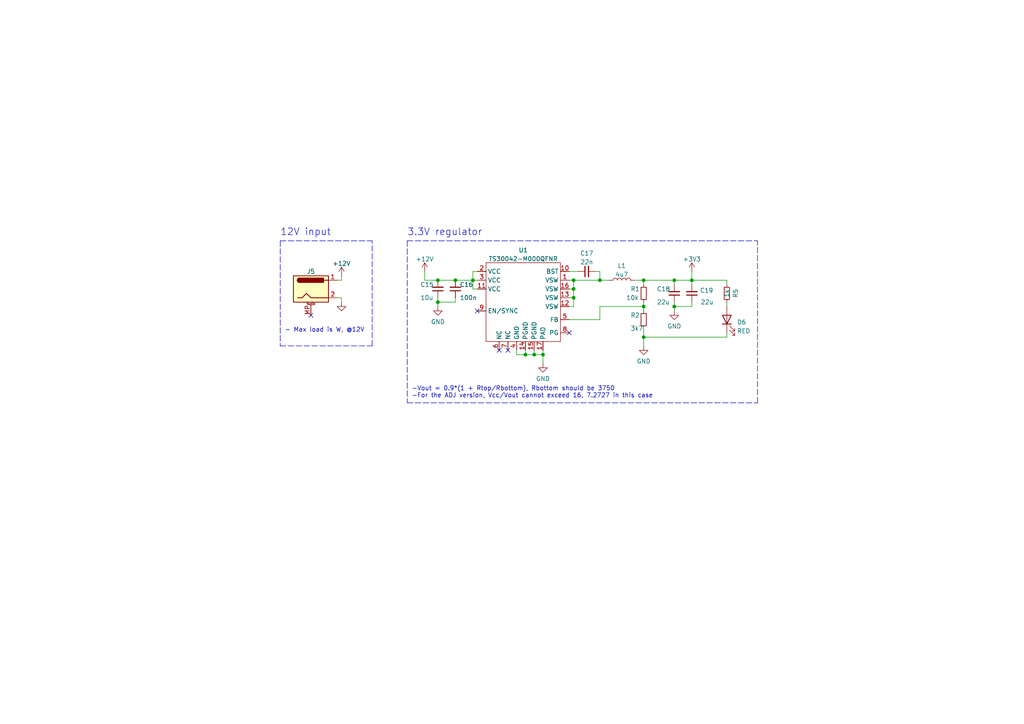
<source format=kicad_sch>
(kicad_sch (version 20211123) (generator eeschema)
  (paper "A4")
  (lib_symbols
    (symbol "Connector:Barrel_Jack_MountingPin" (pin_names hide)
      (property "Reference" "J" (at 0 5.334 0))
      (property "Value" "Barrel_Jack_MountingPin" (at 1.27 -6.35 0))
      (symbol "Barrel_Jack_MountingPin_0_1"
        (rectangle (start -5.08 3.81) (end 5.08 -3.81) (stroke (width 0.254)) (fill (type background)))
        (arc (start -3.302 3.175) (mid -3.937 2.54) (end -3.302 1.905) (stroke (width 0.254)))
        (arc (start -3.302 3.175) (mid -3.937 2.54) (end -3.302 1.905) (stroke (width 0.254)) (fill (type outline)))
        (polyline (pts (xy 5.08 2.54) (xy 3.81 2.54)) (stroke (width 0.254)))
        (polyline (pts (xy -3.81 -2.54) (xy -2.54 -2.54) (xy -1.27 -1.27) (xy 0 -2.54) (xy 2.54 -2.54) (xy 5.08 -2.54)) (stroke (width 0.254)))
        (rectangle (start 3.683 3.175) (end -3.302 1.905) (stroke (width 0.254)) (fill (type outline)))
      )
      (symbol "Barrel_Jack_MountingPin_1_1"
        (polyline (pts (xy -1.016 -4.572) (xy 1.016 -4.572)) (stroke (width 0.1524)))
        (text "Mounting" (at 0 -4.191 0) (effects (font (size 0.381 0.381))))
        (pin passive line (at 7.62 2.54 180) (length 2.54) (name "~") (number "1"))
        (pin passive line (at 7.62 -2.54 180) (length 2.54) (name "~") (number "2"))
        (pin passive line (at 0 -7.62 90) (length 3.048) (name "MountPin") (number "MP"))
      )
    )
    (symbol "Device:C_Small" (pin_numbers hide) (pin_names (offset 0.254) hide)
      (property "Reference" "C" (at 0.254 1.778 0))
      (property "Value" "C_Small" (at 0.254 -2.032 0))
      (symbol "C_Small_0_1"
        (polyline (pts (xy -1.524 -0.508) (xy 1.524 -0.508)) (stroke (width 0.3302)))
        (polyline (pts (xy -1.524 0.508) (xy 1.524 0.508)) (stroke (width 0.3048)))
      )
      (symbol "C_Small_1_1"
        (pin passive line (at 0 2.54 270) (length 2.032) (name "~") (number "1"))
        (pin passive line (at 0 -2.54 90) (length 2.032) (name "~") (number "2"))
      )
    )
    (symbol "Device:L" (pin_numbers hide) (pin_names (offset 1.016) hide)
      (property "Reference" "L" (at -1.27 0 90))
      (property "Value" "L" (at 1.905 0 90))
      (symbol "L_0_1"
        (arc (start 0 -2.54) (mid 0.635 -1.905) (end 0 -1.27))
        (arc (start 0 -1.27) (mid 0.635 -0.635) (end 0 0))
        (arc (start 0 0) (mid 0.635 0.635) (end 0 1.27))
        (arc (start 0 1.27) (mid 0.635 1.905) (end 0 2.54))
      )
      (symbol "L_1_1"
        (pin passive line (at 0 3.81 270) (length 1.27) (name "1") (number "1"))
        (pin passive line (at 0 -3.81 90) (length 1.27) (name "2") (number "2"))
      )
    )
    (symbol "Device:LED" (pin_numbers hide) (pin_names (offset 1.016) hide)
      (property "Reference" "D" (at 0 2.54 0))
      (property "Value" "LED" (at 0 -2.54 0))
      (symbol "LED_0_1"
        (polyline (pts (xy -1.27 -1.27) (xy -1.27 1.27)) (stroke (width 0.254)))
        (polyline (pts (xy -1.27 0) (xy 1.27 0)))
        (polyline (pts (xy 1.27 -1.27) (xy 1.27 1.27) (xy -1.27 0) (xy 1.27 -1.27)) (stroke (width 0.254)))
        (polyline (pts (xy -3.048 -0.762) (xy -4.572 -2.286) (xy -3.81 -2.286) (xy -4.572 -2.286) (xy -4.572 -1.524)))
        (polyline (pts (xy -1.778 -0.762) (xy -3.302 -2.286) (xy -2.54 -2.286) (xy -3.302 -2.286) (xy -3.302 -1.524)))
      )
      (symbol "LED_1_1"
        (pin passive line (at -3.81 0 0) (length 2.54) (name "K") (number "1"))
        (pin passive line (at 3.81 0 180) (length 2.54) (name "A") (number "2"))
      )
    )
    (symbol "Device:R_Small" (pin_numbers hide) (pin_names (offset 0.254) hide)
      (property "Reference" "R" (at 0.762 0.508 0))
      (property "Value" "R_Small" (at 0.762 -1.016 0))
      (symbol "R_Small_0_1"
        (rectangle (start -0.762 1.778) (end 0.762 -1.778) (stroke (width 0.2032)))
      )
      (symbol "R_Small_1_1"
        (pin passive line (at 0 2.54 270) (length 0.762) (name "~") (number "1"))
        (pin passive line (at 0 -2.54 90) (length 0.762) (name "~") (number "2"))
      )
    )
    (symbol "TS30042:TS30042"
      (property "Reference" "U" (at -1.27 20.32 0))
      (property "Value" "TS30042" (at -1.27 20.32 0))
      (symbol "TS30042_0_1"
        (rectangle (start -10.16 11.43) (end 11.43 -11.43) (stroke (width 0.1524)))
      )
      (symbol "TS30042_1_1"
        (pin input line (at 13.97 6.35 180) (length 2.54) (name "VSW") (number "1"))
        (pin input line (at 13.97 8.89 180) (length 2.54) (name "BST") (number "10"))
        (pin input line (at -12.7 3.81 0) (length 2.54) (name "VCC") (number "11"))
        (pin input line (at 13.97 -1.27 180) (length 2.54) (name "VSW") (number "12"))
        (pin input line (at 13.97 1.27 180) (length 2.54) (name "VSW") (number "13"))
        (pin input line (at 1.27 -13.97 90) (length 2.54) (name "PGND") (number "14"))
        (pin input line (at 3.81 -13.97 90) (length 2.54) (name "PGND") (number "15"))
        (pin input line (at 13.97 3.81 180) (length 2.54) (name "VSW") (number "16"))
        (pin input line (at 6.35 -13.97 90) (length 2.54) (name "PAD") (number "17"))
        (pin input line (at -12.7 8.89 0) (length 2.54) (name "VCC") (number "2"))
        (pin input line (at -12.7 6.35 0) (length 2.54) (name "VCC") (number "3"))
        (pin input line (at -1.27 -13.97 90) (length 2.54) (name "GND") (number "4"))
        (pin input line (at 13.97 -5.08 180) (length 2.54) (name "FB") (number "5"))
        (pin input line (at -6.35 -13.97 90) (length 2.54) (name "NC") (number "6"))
        (pin input line (at -3.81 -13.97 90) (length 2.54) (name "NC") (number "7"))
        (pin input line (at 13.97 -8.89 180) (length 2.54) (name "PG") (number "8"))
        (pin input line (at -12.7 -2.54 0) (length 2.54) (name "EN/SYNC") (number "9"))
      )
    )
    (symbol "power:+12V" (power) (pin_names (offset 0))
      (property "Value" "+12V" (at 0 3.556 0))
      (symbol "+12V_0_1"
        (polyline (pts (xy -0.762 1.27) (xy 0 2.54)))
        (polyline (pts (xy 0 0) (xy 0 2.54)))
        (polyline (pts (xy 0 2.54) (xy 0.762 1.27)))
      )
      (symbol "+12V_1_1"
        (pin power_in line (at 0 0 90) (length 0) hide (name "+12V") (number "1"))
      )
    )
    (symbol "power:+3.3V" (power) (pin_names (offset 0))
      (property "Value" "+3.3V" (at 0 3.556 0))
      (symbol "+3.3V_0_1"
        (polyline (pts (xy -0.762 1.27) (xy 0 2.54)))
        (polyline (pts (xy 0 0) (xy 0 2.54)))
        (polyline (pts (xy 0 2.54) (xy 0.762 1.27)))
      )
      (symbol "+3.3V_1_1"
        (pin power_in line (at 0 0 90) (length 0) hide (name "+3V3") (number "1"))
      )
    )
    (symbol "power:GND" (power) (pin_names (offset 0))
      (property "Value" "GND" (at 0 -3.81 0))
      (symbol "GND_0_1"
        (polyline (pts (xy 0 0) (xy 0 -1.27) (xy 1.27 -1.27) (xy 0 -2.54) (xy -1.27 -1.27) (xy 0 -1.27)))
      )
      (symbol "GND_1_1"
        (pin power_in line (at 0 0 270) (length 0) hide (name "GND") (number "1"))
      )
    )
  )
  (junction (at 195.58 81.28))
  (junction (at 157.48 102.87))
  (junction (at 137.16 81.28))
  (junction (at 152.4 102.87))
  (junction (at 186.69 81.28))
  (junction (at 132.08 81.28))
  (junction (at 173.99 81.28))
  (junction (at 186.69 97.79))
  (junction (at 186.69 88.9))
  (junction (at 195.58 88.9))
  (junction (at 127 87.63))
  (junction (at 154.94 102.87))
  (junction (at 166.37 86.36))
  (junction (at 166.37 83.82))
  (junction (at 200.66 81.28))
  (junction (at 166.37 81.28))
  (junction (at 127 81.28))
  (no_connect (at 165.1 96.52))
  (no_connect (at 144.78 101.6))
  (no_connect (at 147.32 101.6))
  (no_connect (at 90.17 91.44))
  (no_connect (at 138.43 90.17))
  (wire (pts (xy 186.69 97.79) (xy 210.82 97.79)))
  (wire (pts (xy 186.69 88.9) (xy 186.69 87.63)))
  (polyline (pts (xy 81.28 69.85) (xy 107.95 69.85)))
  (wire (pts (xy 157.48 101.6) (xy 157.48 102.87)))
  (wire (pts (xy 99.06 80.01) (xy 99.06 81.28)))
  (wire (pts (xy 173.99 78.74) (xy 173.99 81.28)))
  (wire (pts (xy 166.37 81.28) (xy 173.99 81.28)))
  (wire (pts (xy 200.66 81.28) (xy 210.82 81.28)))
  (wire (pts (xy 137.16 78.74) (xy 137.16 81.28)))
  (wire (pts (xy 166.37 86.36) (xy 166.37 88.9)))
  (wire (pts (xy 137.16 81.28) (xy 137.16 83.82)))
  (wire (pts (xy 123.19 81.28) (xy 127 81.28)))
  (wire (pts (xy 210.82 87.63) (xy 210.82 88.9)))
  (wire (pts (xy 200.66 88.9) (xy 200.66 87.63)))
  (wire (pts (xy 132.08 81.28) (xy 137.16 81.28)))
  (wire (pts (xy 127 87.63) (xy 127 88.9)))
  (wire (pts (xy 154.94 102.87) (xy 152.4 102.87)))
  (wire (pts (xy 200.66 78.74) (xy 200.66 81.28)))
  (polyline (pts (xy 81.28 100.33) (xy 107.95 100.33)))
  (wire (pts (xy 165.1 83.82) (xy 166.37 83.82)))
  (wire (pts (xy 127 87.63) (xy 132.08 87.63)))
  (polyline (pts (xy 81.28 69.85) (xy 81.28 100.33)))
  (wire (pts (xy 186.69 95.25) (xy 186.69 97.79)))
  (wire (pts (xy 165.1 81.28) (xy 166.37 81.28)))
  (wire (pts (xy 127 81.28) (xy 132.08 81.28)))
  (wire (pts (xy 186.69 88.9) (xy 186.69 90.17)))
  (wire (pts (xy 173.99 88.9) (xy 186.69 88.9)))
  (polyline (pts (xy 118.11 116.84) (xy 219.71 116.84)))
  (wire (pts (xy 152.4 102.87) (xy 149.86 102.87)))
  (wire (pts (xy 157.48 102.87) (xy 154.94 102.87)))
  (wire (pts (xy 210.82 96.52) (xy 210.82 97.79)))
  (wire (pts (xy 166.37 81.28) (xy 166.37 83.82)))
  (wire (pts (xy 99.06 86.36) (xy 99.06 87.63)))
  (wire (pts (xy 210.82 82.55) (xy 210.82 81.28)))
  (wire (pts (xy 186.69 82.55) (xy 186.69 81.28)))
  (wire (pts (xy 137.16 81.28) (xy 138.43 81.28)))
  (wire (pts (xy 200.66 82.55) (xy 200.66 81.28)))
  (wire (pts (xy 127 86.36) (xy 127 87.63)))
  (wire (pts (xy 172.72 78.74) (xy 173.99 78.74)))
  (wire (pts (xy 99.06 81.28) (xy 97.79 81.28)))
  (wire (pts (xy 166.37 83.82) (xy 166.37 86.36)))
  (wire (pts (xy 173.99 81.28) (xy 176.53 81.28)))
  (polyline (pts (xy 118.11 69.85) (xy 219.71 69.85)))
  (wire (pts (xy 157.48 102.87) (xy 157.48 105.41)))
  (wire (pts (xy 152.4 101.6) (xy 152.4 102.87)))
  (wire (pts (xy 138.43 78.74) (xy 137.16 78.74)))
  (wire (pts (xy 165.1 78.74) (xy 167.64 78.74)))
  (wire (pts (xy 123.19 78.74) (xy 123.19 81.28)))
  (wire (pts (xy 186.69 100.33) (xy 186.69 97.79)))
  (wire (pts (xy 99.06 86.36) (xy 97.79 86.36)))
  (wire (pts (xy 195.58 88.9) (xy 200.66 88.9)))
  (wire (pts (xy 173.99 92.71) (xy 173.99 88.9)))
  (wire (pts (xy 186.69 81.28) (xy 195.58 81.28)))
  (wire (pts (xy 137.16 83.82) (xy 138.43 83.82)))
  (wire (pts (xy 195.58 82.55) (xy 195.58 81.28)))
  (wire (pts (xy 165.1 92.71) (xy 173.99 92.71)))
  (wire (pts (xy 154.94 101.6) (xy 154.94 102.87)))
  (polyline (pts (xy 107.95 100.33) (xy 107.95 69.85)))
  (wire (pts (xy 149.86 101.6) (xy 149.86 102.87)))
  (wire (pts (xy 184.15 81.28) (xy 186.69 81.28)))
  (polyline (pts (xy 118.11 69.85) (xy 118.11 116.84)))
  (wire (pts (xy 195.58 81.28) (xy 200.66 81.28)))
  (wire (pts (xy 132.08 86.36) (xy 132.08 87.63)))
  (wire (pts (xy 165.1 88.9) (xy 166.37 88.9)))
  (wire (pts (xy 165.1 86.36) (xy 166.37 86.36)))
  (wire (pts (xy 195.58 87.63) (xy 195.58 88.9)))
  (wire (pts (xy 195.58 88.9) (xy 195.58 90.17)))
  (polyline (pts (xy 219.71 116.84) (xy 219.71 69.85)))
  (text "-Vout = 0.9*(1 + Rtop/Rbottom), Rbottom should be 3750\n-For the ADJ version, Vcc/Vout cannot exceed 16, 7.2727 in this case" (at 119.38 115.57 0) (effects (font (size 1.27 1.27)) (justify left bottom)))
  (text "- Max load is W, @12V" (at 82.55 96.52 0) (effects (font (size 1.27 1.27)) (justify left bottom)))
  (text "3.3V regulator" (at 118.11 68.58 0) (effects (font (size 2 2)) (justify left bottom)))
  (text "12V input" (at 81.28 68.58 0) (effects (font (size 2 2)) (justify left bottom)))
  (symbol (lib_id "Device:C_Small") (at 170.18 78.74 90) (unit 1)
    (property "Reference" "C17" (at 170.1863 73.4781 90))
    (property "Value" "22n" (at 170.1863 76.015 90))
    (property "Footprint" "Capacitor_SMD:C_0603_1608Metric" (effects hide))
  )
  (symbol (lib_id "Device:R_Small") (at 210.82 85.09 180) (unit 1)
    (property "Reference" "R5" (at 213.36 85.09 90))
    (property "Value" "1k" (at 210.82 85.09 90))
    (property "Footprint" "Resistor_SMD:R_0603_1608Metric" (effects hide))
  )
  (symbol (lib_id "power:GND") (at 127 88.9 0) (unit 1)
    (property "Reference" "#PWR0108" (effects hide))
    (property "Value" "GND" (at 127 93.3434 0))
  )
  (symbol (lib_id "Device:L") (at 180.34 81.28 90) (unit 1)
    (property "Reference" "L1" (at 180.34 77.0722 90))
    (property "Value" "4u7" (at 180.34 79.6091 90))
    (property "Footprint" "BWVS005050404R7M00:BWVS005050404R7M00" (effects hide))
  )
  (symbol (lib_id "power:GND") (at 195.58 90.17 0) (unit 1)
    (property "Reference" "#PWR0125" (effects hide))
    (property "Value" "GND" (at 195.58 94.6134 0))
  )
  (symbol (lib_id "Device:C_Small") (at 195.58 85.09 180) (unit 1)
    (property "Reference" "C18" (at 190.5 83.82 0) (effects (justify right)))
    (property "Value" "22u" (at 190.5 87.63 0) (effects (justify right)))
    (property "Footprint" "Capacitor_SMD:C_0603_1608Metric" (effects hide))
  )
  (symbol (lib_id "Device:C_Small") (at 127 83.82 180) (unit 1)
    (property "Reference" "C15" (at 121.92 82.55 0) (effects (justify right)))
    (property "Value" "10u" (at 121.92 86.36 0) (effects (justify right)))
    (property "Footprint" "Capacitor_SMD:C_0603_1608Metric" (effects hide))
    (property "rating" "50V" (effects hide))
  )
  (symbol (lib_id "TS30042:TS30042") (at 151.13 87.63 0) (unit 1)
    (property "Reference" "U1" (at 151.765 72.551 0))
    (property "Value" "TS30042-M000QFNR" (at 151.765 75.0879 0))
    (property "Footprint" "Package_DFN_QFN:QFN-16-1EP_3x3mm_P0.5mm_EP1.75x1.75mm_ThermalVias" (effects hide))
  )
  (symbol (lib_id "Device:LED") (at 210.82 92.71 90) (unit 1)
    (property "Reference" "D6" (at 213.741 93.4628 90) (effects (justify right)))
    (property "Value" "RED" (at 213.741 95.9997 90) (effects (justify right)))
    (property "Footprint" "LED_SMD:LED_0603_1608Metric" (effects hide))
  )
  (symbol (lib_id "Device:C_Small") (at 132.08 83.82 180) (unit 1)
    (property "Reference" "C16" (at 133.35 82.55 0) (effects (justify right)))
    (property "Value" "100n" (at 133.35 86.36 0) (effects (justify right)))
    (property "Footprint" "Capacitor_SMD:C_0603_1608Metric" (effects hide))
    (property "rating" "50V" (effects hide))
  )
  (symbol (lib_id "Device:C_Small") (at 200.66 85.09 180) (unit 1)
    (property "Reference" "C19" (at 202.9841 84.2489 0) (effects (justify right)))
    (property "Value" "22u" (at 203.2 87.63 0) (effects (justify right)))
    (property "Footprint" "Capacitor_SMD:C_0603_1608Metric" (effects hide))
  )
  (symbol (lib_id "power:+3.3V") (at 200.66 78.74 0) (unit 1)
    (property "Reference" "#PWR0128" (effects hide))
    (property "Value" "+3.3V" (at 200.66 75.1642 0))
  )
  (symbol (lib_id "power:+12V") (at 99.06 80.01 0) (mirror y) (unit 1)
    (property "Reference" "#PWR0111" (effects hide))
    (property "Value" "+12V" (at 99.06 76.4342 0))
  )
  (symbol (lib_id "power:GND") (at 186.69 100.33 0) (unit 1)
    (property "Reference" "#PWR0135" (effects hide))
    (property "Value" "GND" (at 186.69 104.7734 0))
  )
  (symbol (lib_id "power:GND") (at 157.48 105.41 0) (unit 1)
    (property "Reference" "#PWR0109" (effects hide))
    (property "Value" "GND" (at 157.48 109.8534 0))
  )
  (symbol (lib_id "power:GND") (at 99.06 87.63 0) (unit 1)
    (property "Reference" "#PWR0110" (effects hide))
    (property "Value" "GND" (effects hide))
  )
  (symbol (lib_id "Connector:Barrel_Jack_MountingPin") (at 90.17 83.82 0) (unit 1)
    (property "Reference" "J5" (at 90.17 78.74 0))
    (property "Value" "Barrel_Jack_MountingPin" (effects hide))
    (property "Footprint" "Connector_BarrelJack:BarrelJack_GCT_DCJ200-10-A_Horizontal" (effects hide))
  )
  (symbol (lib_id "Device:R_Small") (at 186.69 92.71 0) (unit 1)
    (property "Reference" "R2" (at 182.88 91.44 0) (effects (justify left)))
    (property "Value" "3k7" (at 182.88 95.25 0) (effects (justify left)))
    (property "Footprint" "Resistor_SMD:R_0603_1608Metric" (effects hide))
  )
  (symbol (lib_id "Device:R_Small") (at 186.69 85.09 0) (unit 1)
    (property "Reference" "R1" (at 182.88 83.82 0) (effects (justify left)))
    (property "Value" "10k" (at 181.61 86.36 0) (effects (justify left)))
    (property "Footprint" "Resistor_SMD:R_0603_1608Metric" (effects hide))
  )
  (symbol (lib_id "power:+12V") (at 123.19 78.74 0) (unit 1)
    (property "Reference" "#PWR0107" (effects hide))
    (property "Value" "+12V" (at 123.19 75.1642 0))
  )
)
</source>
